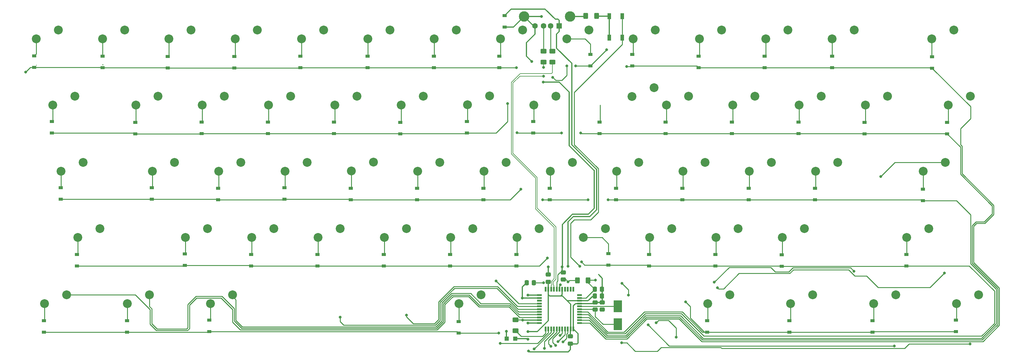
<source format=gbl>
G04 #@! TF.GenerationSoftware,KiCad,Pcbnew,(6.0.6)*
G04 #@! TF.CreationDate,2022-07-10T20:54:54+03:00*
G04 #@! TF.ProjectId,Keyboard-60,4b657962-6f61-4726-942d-3630252e6b69,rev?*
G04 #@! TF.SameCoordinates,Original*
G04 #@! TF.FileFunction,Copper,L2,Bot*
G04 #@! TF.FilePolarity,Positive*
%FSLAX46Y46*%
G04 Gerber Fmt 4.6, Leading zero omitted, Abs format (unit mm)*
G04 Created by KiCad (PCBNEW (6.0.6)) date 2022-07-10 20:54:54*
%MOMM*%
%LPD*%
G01*
G04 APERTURE LIST*
G04 Aperture macros list*
%AMRoundRect*
0 Rectangle with rounded corners*
0 $1 Rounding radius*
0 $2 $3 $4 $5 $6 $7 $8 $9 X,Y pos of 4 corners*
0 Add a 4 corners polygon primitive as box body*
4,1,4,$2,$3,$4,$5,$6,$7,$8,$9,$2,$3,0*
0 Add four circle primitives for the rounded corners*
1,1,$1+$1,$2,$3*
1,1,$1+$1,$4,$5*
1,1,$1+$1,$6,$7*
1,1,$1+$1,$8,$9*
0 Add four rect primitives between the rounded corners*
20,1,$1+$1,$2,$3,$4,$5,0*
20,1,$1+$1,$4,$5,$6,$7,0*
20,1,$1+$1,$6,$7,$8,$9,0*
20,1,$1+$1,$8,$9,$2,$3,0*%
G04 Aperture macros list end*
G04 #@! TA.AperFunction,SMDPad,CuDef*
%ADD10R,1.250000X1.250000*%
G04 #@! TD*
G04 #@! TA.AperFunction,ComponentPad*
%ADD11R,1.600000X1.500000*%
G04 #@! TD*
G04 #@! TA.AperFunction,ComponentPad*
%ADD12C,1.600000*%
G04 #@! TD*
G04 #@! TA.AperFunction,ComponentPad*
%ADD13C,3.000000*%
G04 #@! TD*
G04 #@! TA.AperFunction,SMDPad,CuDef*
%ADD14R,1.200000X0.900000*%
G04 #@! TD*
G04 #@! TA.AperFunction,SMDPad,CuDef*
%ADD15RoundRect,0.250000X-0.625000X0.400000X-0.625000X-0.400000X0.625000X-0.400000X0.625000X0.400000X0*%
G04 #@! TD*
G04 #@! TA.AperFunction,ComponentPad*
%ADD16C,2.540000*%
G04 #@! TD*
G04 #@! TA.AperFunction,SMDPad,CuDef*
%ADD17R,1.100000X1.800000*%
G04 #@! TD*
G04 #@! TA.AperFunction,SMDPad,CuDef*
%ADD18RoundRect,0.250000X-0.475000X0.337500X-0.475000X-0.337500X0.475000X-0.337500X0.475000X0.337500X0*%
G04 #@! TD*
G04 #@! TA.AperFunction,SMDPad,CuDef*
%ADD19RoundRect,0.250000X0.475000X-0.337500X0.475000X0.337500X-0.475000X0.337500X-0.475000X-0.337500X0*%
G04 #@! TD*
G04 #@! TA.AperFunction,SMDPad,CuDef*
%ADD20RoundRect,0.250000X-0.400000X-0.625000X0.400000X-0.625000X0.400000X0.625000X-0.400000X0.625000X0*%
G04 #@! TD*
G04 #@! TA.AperFunction,SMDPad,CuDef*
%ADD21RoundRect,0.250000X-0.337500X-0.475000X0.337500X-0.475000X0.337500X0.475000X-0.337500X0.475000X0*%
G04 #@! TD*
G04 #@! TA.AperFunction,SMDPad,CuDef*
%ADD22RoundRect,0.250000X0.337500X0.475000X-0.337500X0.475000X-0.337500X-0.475000X0.337500X-0.475000X0*%
G04 #@! TD*
G04 #@! TA.AperFunction,SMDPad,CuDef*
%ADD23R,2.400000X3.500000*%
G04 #@! TD*
G04 #@! TA.AperFunction,SMDPad,CuDef*
%ADD24RoundRect,0.250000X0.400000X0.625000X-0.400000X0.625000X-0.400000X-0.625000X0.400000X-0.625000X0*%
G04 #@! TD*
G04 #@! TA.AperFunction,SMDPad,CuDef*
%ADD25R,0.508000X1.473200*%
G04 #@! TD*
G04 #@! TA.AperFunction,SMDPad,CuDef*
%ADD26R,1.473200X0.508000*%
G04 #@! TD*
G04 #@! TA.AperFunction,SMDPad,CuDef*
%ADD27RoundRect,0.250000X0.625000X-0.400000X0.625000X0.400000X-0.625000X0.400000X-0.625000X-0.400000X0*%
G04 #@! TD*
G04 #@! TA.AperFunction,ViaPad*
%ADD28C,0.800000*%
G04 #@! TD*
G04 #@! TA.AperFunction,Conductor*
%ADD29C,0.300000*%
G04 #@! TD*
G04 #@! TA.AperFunction,Conductor*
%ADD30C,0.250000*%
G04 #@! TD*
G04 #@! TA.AperFunction,Conductor*
%ADD31C,0.200000*%
G04 #@! TD*
G04 APERTURE END LIST*
D10*
X184150000Y-154051000D03*
X184150000Y-154051000D03*
X186563000Y-154051000D03*
D11*
X199238750Y-64002250D03*
D12*
X196738750Y-64002250D03*
X194738750Y-64002250D03*
X192238750Y-64002250D03*
D13*
X189168750Y-61292250D03*
X202308750Y-61292250D03*
D14*
X129825750Y-133063250D03*
X129825750Y-129763250D03*
X120300750Y-113886250D03*
X120300750Y-110586250D03*
X86772750Y-76091050D03*
X86772750Y-72791050D03*
D15*
X197262750Y-71316250D03*
X197262750Y-74416250D03*
D14*
X98710750Y-151986250D03*
X98710750Y-148686250D03*
D16*
X149034500Y-124872750D03*
X155384500Y-122332750D03*
D14*
X306355750Y-76167250D03*
X306355750Y-72867250D03*
X75088750Y-152113250D03*
X75088750Y-148813250D03*
D16*
X313340750Y-143922750D03*
X319690750Y-141382750D03*
D14*
X272700750Y-114013250D03*
X272700750Y-110713250D03*
X286924750Y-95090250D03*
X286924750Y-91790250D03*
D16*
X215709500Y-105822750D03*
X222059500Y-103282750D03*
X201422000Y-67722750D03*
X207772000Y-65182750D03*
X91884500Y-124872750D03*
X98234500Y-122332750D03*
X239522000Y-67722750D03*
X245872000Y-65182750D03*
D14*
X56038750Y-113886250D03*
X56038750Y-110586250D03*
X298989750Y-133063250D03*
X298989750Y-129763250D03*
X239299750Y-76040250D03*
X239299750Y-72740250D03*
D16*
X172847000Y-86741000D03*
X179197000Y-84201000D03*
D17*
X213599150Y-61181050D03*
X213599150Y-67381050D03*
X217299150Y-61181050D03*
X217299150Y-67381050D03*
D16*
X234759500Y-105822750D03*
X241109500Y-103282750D03*
X82359500Y-105822750D03*
X88709500Y-103282750D03*
D14*
X148875750Y-133063250D03*
X148875750Y-129763250D03*
X158400750Y-114013250D03*
X158400750Y-110713250D03*
X110775750Y-133063250D03*
X110775750Y-129763250D03*
X258222750Y-76040250D03*
X258222750Y-72740250D03*
D16*
X134747000Y-86772750D03*
X141097000Y-84232750D03*
X144272000Y-67722750D03*
X150622000Y-65182750D03*
D18*
X211613750Y-143583750D03*
X211613750Y-145658750D03*
D14*
X177450750Y-114013250D03*
X177450750Y-110713250D03*
X167925750Y-133063250D03*
X167925750Y-129763250D03*
X153574750Y-95090250D03*
X153574750Y-91790250D03*
D18*
X209581750Y-143583750D03*
X209581750Y-145658750D03*
D14*
X196500750Y-114013250D03*
X196500750Y-110713250D03*
D16*
X220472000Y-67722750D03*
X226822000Y-65182750D03*
X299053250Y-124872750D03*
X305403250Y-122332750D03*
D19*
X196119750Y-137657750D03*
X196119750Y-135582750D03*
D14*
X263175750Y-133190250D03*
X263175750Y-129890250D03*
D16*
X191897000Y-86772750D03*
X198247000Y-84232750D03*
D14*
X48418750Y-75989450D03*
X48418750Y-72689450D03*
D16*
X129984500Y-124872750D03*
X136334500Y-122332750D03*
D14*
X60737750Y-133063250D03*
X60737750Y-129763250D03*
X241712750Y-152113250D03*
X241712750Y-148813250D03*
X105873550Y-76091050D03*
X105873550Y-72791050D03*
D20*
X206837950Y-61131450D03*
X209937950Y-61131450D03*
D14*
X82200750Y-113886250D03*
X82200750Y-110586250D03*
D16*
X310959500Y-86772750D03*
X317309500Y-84232750D03*
X106172000Y-67722750D03*
X112522000Y-65182750D03*
X51403250Y-143922750D03*
X57753250Y-141382750D03*
X120459500Y-105822750D03*
X126809500Y-103282750D03*
X68072000Y-67722750D03*
X74422000Y-65182750D03*
X241903250Y-143922750D03*
X248253250Y-141382750D03*
X226440000Y-81770000D03*
X220090000Y-84310000D03*
X287147000Y-86772750D03*
X293497000Y-84232750D03*
X125222000Y-67722750D03*
X131572000Y-65182750D03*
D14*
X182022750Y-76040250D03*
X182022750Y-72740250D03*
D16*
X244284500Y-124872750D03*
X250634500Y-122332750D03*
D14*
X68027550Y-76040250D03*
X68027550Y-72740250D03*
X96551750Y-94963250D03*
X96551750Y-91663250D03*
D19*
X202469750Y-155437750D03*
X202469750Y-153362750D03*
D16*
X160147000Y-84232750D03*
X153797000Y-86772750D03*
X289528250Y-143922750D03*
X295878250Y-141382750D03*
D21*
X189875250Y-137890250D03*
X191950250Y-137890250D03*
D16*
X53784500Y-86772750D03*
X60134500Y-84232750D03*
X75215750Y-143922750D03*
X81565750Y-141382750D03*
D14*
X172751750Y-94836250D03*
X172751750Y-91536250D03*
X210851750Y-94963250D03*
X210851750Y-91663250D03*
X225075750Y-133063250D03*
X225075750Y-129763250D03*
D16*
X164909500Y-103282750D03*
X158559500Y-105822750D03*
D14*
X53498750Y-94836250D03*
X53498750Y-91536250D03*
D16*
X277622000Y-67722750D03*
X283972000Y-65182750D03*
D14*
X244125750Y-133063250D03*
X244125750Y-129763250D03*
D16*
X87122000Y-67722750D03*
X93472000Y-65182750D03*
D14*
X229774750Y-94963250D03*
X229774750Y-91663250D03*
X134524750Y-94963250D03*
X134524750Y-91663250D03*
D16*
X306197000Y-67722750D03*
X312547000Y-65182750D03*
D14*
X220249750Y-75532250D03*
X220249750Y-72232250D03*
X289210750Y-152113250D03*
X289210750Y-148813250D03*
D16*
X265715750Y-143922750D03*
X272065750Y-141382750D03*
X187134500Y-124872750D03*
X193484500Y-122332750D03*
D14*
X124872750Y-76040250D03*
X124872750Y-72740250D03*
D16*
X206184500Y-124872750D03*
X212534500Y-122332750D03*
X170465750Y-143922750D03*
X176815750Y-141382750D03*
X263334500Y-124872750D03*
X269684500Y-122332750D03*
D14*
X313213750Y-151986250D03*
X313213750Y-148686250D03*
X303688750Y-114267250D03*
X303688750Y-110967250D03*
D22*
X211508250Y-139769850D03*
X209433250Y-139769850D03*
D16*
X253809500Y-105822750D03*
X260159500Y-103282750D03*
X163322000Y-67722750D03*
X169672000Y-65182750D03*
X56165750Y-105822750D03*
X62515750Y-103282750D03*
X101409500Y-105822750D03*
X107759500Y-103282750D03*
D14*
X144176750Y-76040250D03*
X144176750Y-72740250D03*
D16*
X249047000Y-86772750D03*
X255397000Y-84232750D03*
D23*
X216058750Y-149888250D03*
X216058750Y-144688250D03*
D16*
X168084500Y-124872750D03*
X174434500Y-122332750D03*
D14*
X268001750Y-94963250D03*
X268001750Y-91663250D03*
D24*
X207550350Y-137229850D03*
X204450350Y-137229850D03*
D16*
X99028250Y-143922750D03*
X105378250Y-141382750D03*
X110934500Y-124872750D03*
X117284500Y-122332750D03*
X77597000Y-86772750D03*
X83947000Y-84232750D03*
D14*
X215550750Y-114013250D03*
X215550750Y-110713250D03*
D16*
X229997000Y-86772750D03*
X236347000Y-84232750D03*
D14*
X234600750Y-114013250D03*
X234600750Y-110713250D03*
D25*
X195306950Y-139769850D03*
X196094350Y-139769850D03*
X196907150Y-139769850D03*
X197694550Y-139769850D03*
X198507350Y-139769850D03*
X199294750Y-139769850D03*
X200082150Y-139769850D03*
X200894950Y-139769850D03*
X201682350Y-139769850D03*
X202495150Y-139769850D03*
X203282550Y-139769850D03*
D26*
X205035150Y-141522450D03*
X205035150Y-142309850D03*
X205035150Y-143122650D03*
X205035150Y-143910050D03*
X205035150Y-144722850D03*
X205035150Y-145510250D03*
X205035150Y-146297650D03*
X205035150Y-147110450D03*
X205035150Y-147897850D03*
X205035150Y-148710650D03*
X205035150Y-149498050D03*
D25*
X203282550Y-151250650D03*
X202495150Y-151250650D03*
X201682350Y-151250650D03*
X200894950Y-151250650D03*
X200082150Y-151250650D03*
X199294750Y-151250650D03*
X198507350Y-151250650D03*
X197694550Y-151250650D03*
X196907150Y-151250650D03*
X196094350Y-151250650D03*
X195306950Y-151250650D03*
D26*
X193554350Y-149498050D03*
X193554350Y-148710650D03*
X193554350Y-147897850D03*
X193554350Y-147110450D03*
X193554350Y-146297650D03*
X193554350Y-145510250D03*
X193554350Y-144722850D03*
X193554350Y-143910050D03*
X193554350Y-143122650D03*
X193554350Y-142309850D03*
X193554350Y-141522450D03*
D14*
X213391750Y-132809250D03*
X213391750Y-129509250D03*
X115601750Y-94963250D03*
X115601750Y-91663250D03*
D27*
X186690000Y-151695750D03*
X186690000Y-148595750D03*
D16*
X60928250Y-124872750D03*
X67278250Y-122332750D03*
D14*
X91725750Y-132936250D03*
X91725750Y-129636250D03*
X170338750Y-152367250D03*
X170338750Y-149067250D03*
X77501750Y-95090250D03*
X77501750Y-91790250D03*
D16*
X49022000Y-67722750D03*
X55372000Y-65182750D03*
X115697000Y-86772750D03*
X122047000Y-84232750D03*
D14*
X310673750Y-95090250D03*
X310673750Y-91790250D03*
X51212750Y-152114250D03*
X51212750Y-148814250D03*
X253650750Y-114013250D03*
X253650750Y-110713250D03*
D16*
X196659500Y-105822750D03*
X203009500Y-103282750D03*
X177609500Y-105822750D03*
X183959500Y-103282750D03*
X258572000Y-67722750D03*
X264922000Y-65182750D03*
X272859500Y-105822750D03*
X279209500Y-103282750D03*
X303815750Y-105822750D03*
X310165750Y-103282750D03*
D14*
X101250750Y-114013250D03*
X101250750Y-110713250D03*
D15*
X194722750Y-71316250D03*
X194722750Y-74416250D03*
D16*
X268097000Y-86772750D03*
X274447000Y-84232750D03*
D18*
X200437750Y-134947750D03*
X200437750Y-137022750D03*
D14*
X191801750Y-94836250D03*
X191801750Y-91536250D03*
D16*
X225234500Y-124872750D03*
X231584500Y-122332750D03*
D14*
X248824750Y-94963250D03*
X248824750Y-91663250D03*
X265334750Y-152113250D03*
X265334750Y-148813250D03*
D16*
X182372000Y-67722750D03*
X188722000Y-65182750D03*
D21*
X209454750Y-141700250D03*
X211529750Y-141700250D03*
D16*
X139490000Y-105760000D03*
X145840000Y-103220000D03*
D14*
X208184750Y-75532250D03*
X208184750Y-72232250D03*
X139350750Y-114013250D03*
X139350750Y-110713250D03*
X183546750Y-61056250D03*
X183546750Y-64356250D03*
X163226750Y-76040250D03*
X163226750Y-72740250D03*
X186975750Y-133063250D03*
X186975750Y-129763250D03*
D16*
X96647000Y-86772750D03*
X102997000Y-84232750D03*
D14*
X277653750Y-76040250D03*
X277653750Y-72740250D03*
D28*
X184023000Y-151892000D03*
X190246000Y-154178000D03*
X190246000Y-152019000D03*
X219075000Y-141478000D03*
X217250000Y-138096000D03*
X188627150Y-142310250D03*
X200056750Y-133318250D03*
X191319150Y-74288650D03*
X188677950Y-148710250D03*
X196119750Y-133318250D03*
X194104750Y-61292250D03*
X190430150Y-157575250D03*
X194671950Y-80181450D03*
X209607150Y-137179050D03*
X205136750Y-133165850D03*
X194722750Y-137890250D03*
X199548750Y-138525250D03*
X190213750Y-141510250D03*
X201783950Y-133216650D03*
X190214750Y-149510250D03*
X201783950Y-137636250D03*
X218598750Y-75660250D03*
X46005750Y-77311250D03*
X197389750Y-78835250D03*
X186975750Y-76041250D03*
X203993750Y-75533250D03*
X212883750Y-70834250D03*
X201453750Y-75533250D03*
X184435750Y-86328250D03*
X187102750Y-94710250D03*
X199928750Y-94836250D03*
X205390750Y-94837250D03*
X194722750Y-78454250D03*
X194722750Y-75914250D03*
X194468750Y-114014250D03*
X188245750Y-110966250D03*
X207548750Y-114013250D03*
X213264750Y-114014250D03*
X205644750Y-131921250D03*
X195865750Y-130778250D03*
X235500000Y-143400000D03*
X181832750Y-152367250D03*
X136334500Y-147865500D03*
X155384500Y-147284500D03*
X181100000Y-137400000D03*
X182250000Y-155350000D03*
X200300000Y-154950000D03*
X192050000Y-157000000D03*
X194950000Y-156850000D03*
X227100000Y-149450000D03*
X232850000Y-153600000D03*
X295450000Y-156100000D03*
X224750000Y-150050000D03*
X196850000Y-156250000D03*
X198200000Y-156000000D03*
X217150000Y-155200000D03*
X317200000Y-155550000D03*
X199500000Y-153050000D03*
X291600000Y-107350000D03*
X243750000Y-137800000D03*
X283900000Y-134600000D03*
X198850000Y-154850000D03*
X309900000Y-135100000D03*
X244650000Y-139350000D03*
D29*
X184023000Y-153924000D02*
X184150000Y-154051000D01*
X184023000Y-151892000D02*
X184023000Y-153924000D01*
X190119000Y-154051000D02*
X186563000Y-154051000D01*
X190246000Y-154178000D02*
X190119000Y-154051000D01*
X192913000Y-152019000D02*
X190246000Y-152019000D01*
X193548000Y-151384000D02*
X192913000Y-152019000D01*
X196094750Y-148837250D02*
X193548000Y-151384000D01*
X196094750Y-141294250D02*
X196094750Y-148837250D01*
D30*
X219075000Y-139921000D02*
X219075000Y-141478000D01*
X217250000Y-138096000D02*
X219075000Y-139921000D01*
X199443250Y-134947750D02*
X200437750Y-134947750D01*
D29*
X193594750Y-148710250D02*
X188677950Y-148710250D01*
D30*
X186690000Y-148595750D02*
X188563450Y-148595750D01*
D29*
X186104750Y-64356250D02*
X189168750Y-61292250D01*
X201850000Y-157800000D02*
X190654900Y-157800000D01*
X204374750Y-155543250D02*
X202575250Y-155543250D01*
X203294750Y-151210250D02*
X203294750Y-144560250D01*
X203294750Y-144560250D02*
X203944750Y-143910250D01*
X188677950Y-148710250D02*
X188677550Y-148710650D01*
X209581750Y-143583750D02*
X209255250Y-143910250D01*
X192238750Y-64002250D02*
X192238750Y-66409450D01*
X200158350Y-121126250D02*
X200158350Y-133216650D01*
X211613750Y-141784250D02*
X211529750Y-141700250D01*
X204628750Y-155289250D02*
X204374750Y-155543250D01*
X188627150Y-142310250D02*
X188627150Y-139138350D01*
X211613750Y-136620250D02*
X210576250Y-135582750D01*
X206677150Y-61292250D02*
X202308750Y-61292250D01*
X202469750Y-155437750D02*
X202469750Y-157180250D01*
X190654900Y-157800000D02*
X190430150Y-157575250D01*
D30*
X198786750Y-137382250D02*
X198786750Y-135604250D01*
D29*
X211613750Y-141616250D02*
X211613750Y-136620250D01*
X189168750Y-61292250D02*
X191878750Y-64002250D01*
X191878750Y-64002250D02*
X192238750Y-64002250D01*
X202088750Y-98469450D02*
X209200750Y-105581450D01*
X183546750Y-64356250D02*
X186104750Y-64356250D01*
X200056750Y-134566750D02*
X200437750Y-134947750D01*
X209302350Y-105581450D02*
X209302350Y-116503450D01*
X196119750Y-135582750D02*
X196119750Y-133318250D01*
X194104750Y-61292250D02*
X194113150Y-61283850D01*
X199193150Y-80181450D02*
X202088750Y-83077050D01*
X207575150Y-118230650D02*
X203053950Y-118230650D01*
X203294750Y-151210250D02*
X204628750Y-152544250D01*
X193594750Y-142310250D02*
X188627150Y-142310250D01*
X209302350Y-116503450D02*
X207575150Y-118230650D01*
X209255250Y-143910250D02*
X204994750Y-143910250D01*
X202575250Y-155543250D02*
X202469750Y-155437750D01*
X203944750Y-143910250D02*
X204994750Y-143910250D01*
X200158350Y-133216650D02*
X200056750Y-133318250D01*
X192238750Y-66409450D02*
X189795150Y-68853050D01*
X204628750Y-152544250D02*
X204628750Y-155289250D01*
X188627150Y-142310250D02*
X188626750Y-142309850D01*
X189795150Y-72764650D02*
X191319150Y-74288650D01*
D30*
X198786750Y-135604250D02*
X199443250Y-134947750D01*
D29*
X209200750Y-105581450D02*
X209302350Y-105581450D01*
X202469750Y-155437750D02*
X202596750Y-155564750D01*
X200056750Y-133318250D02*
X200056750Y-134566750D01*
X202088750Y-83077050D02*
X202088750Y-98469450D01*
X202469750Y-157180250D02*
X201850000Y-157800000D01*
X211613750Y-143583750D02*
X211613750Y-141784250D01*
D30*
X198494750Y-139810250D02*
X198494750Y-137674250D01*
X206837950Y-61131450D02*
X206677150Y-61292250D01*
D29*
X211613750Y-143583750D02*
X209581750Y-143583750D01*
X189168750Y-61292250D02*
X194104750Y-61292250D01*
X203053950Y-118230650D02*
X200158350Y-121126250D01*
X188627150Y-139138350D02*
X189875250Y-137890250D01*
X211529750Y-141700250D02*
X211613750Y-141616250D01*
D30*
X198494750Y-137674250D02*
X198786750Y-137382250D01*
X188563450Y-148595750D02*
X188677950Y-148710250D01*
D29*
X194671950Y-80181450D02*
X199193150Y-80181450D01*
X189795150Y-68853050D02*
X189795150Y-72764650D01*
D30*
X210470750Y-117417850D02*
X210470750Y-117621050D01*
X202545950Y-130575050D02*
X205136750Y-133165850D01*
X207550350Y-137886950D02*
X209433250Y-139769850D01*
X208337150Y-119754650D02*
X208286350Y-119805450D01*
X207550350Y-137229850D02*
X207550350Y-137886950D01*
X203561950Y-119805450D02*
X202545950Y-120821450D01*
X209433250Y-139769850D02*
X206892850Y-142310250D01*
X209607150Y-137179050D02*
X207601150Y-137179050D01*
X210470750Y-105112899D02*
X210470750Y-117417850D01*
X207601150Y-137179050D02*
X207550350Y-137229850D01*
X203561950Y-83127850D02*
X203561950Y-98204099D01*
X206892850Y-142310250D02*
X204994750Y-142310250D01*
X217299150Y-61181050D02*
X217299150Y-67381050D01*
X202545950Y-120821450D02*
X202545950Y-130575050D01*
X203561950Y-98204099D02*
X210470750Y-105112899D01*
X210470750Y-117621050D02*
X208337150Y-119754650D01*
X217299150Y-67381050D02*
X217299150Y-69390650D01*
X208286350Y-119805450D02*
X203765150Y-119805450D01*
X203765150Y-119805450D02*
X203561950Y-119805450D01*
X217299150Y-69390650D02*
X203561950Y-83127850D01*
X204994750Y-145510250D02*
X209433250Y-145510250D01*
X209581750Y-147669250D02*
X211800750Y-149888250D01*
X209433250Y-145510250D02*
X209581750Y-145658750D01*
X209581750Y-145658750D02*
X209581750Y-147669250D01*
X211800750Y-149888250D02*
X216058750Y-149888250D01*
X211613750Y-144735139D02*
X211588861Y-144710250D01*
X216036750Y-144710250D02*
X216058750Y-144688250D01*
X204994750Y-144710250D02*
X211588861Y-144710250D01*
X211588861Y-144710250D02*
X216036750Y-144710250D01*
X199294750Y-139810250D02*
X199294750Y-138779250D01*
X199294750Y-138779250D02*
X199548750Y-138525250D01*
X194722750Y-137890250D02*
X191950250Y-137890250D01*
D29*
X198837550Y-62045850D02*
X199238750Y-62447050D01*
X208946750Y-141700250D02*
X207536750Y-143110250D01*
X209962750Y-116909850D02*
X207981550Y-118891050D01*
X203307950Y-118891050D02*
X201783950Y-120415050D01*
X207536750Y-143110250D02*
X204994750Y-143110250D01*
X199751950Y-141700250D02*
X196500750Y-141700250D01*
X193594750Y-141510250D02*
X190213750Y-141510250D01*
X196119750Y-139785250D02*
X196094750Y-139810250D01*
X201517550Y-143110250D02*
X202494750Y-144087450D01*
X200094750Y-139810250D02*
X200094750Y-141357450D01*
X202850750Y-98215450D02*
X209911950Y-105276650D01*
X196119750Y-137657750D02*
X196119750Y-139785250D01*
D30*
X201170450Y-137022750D02*
X201783950Y-137636250D01*
D29*
X190213750Y-141510250D02*
X190087750Y-141510250D01*
X200056750Y-139772250D02*
X200094750Y-139810250D01*
X209911950Y-105276650D02*
X209962750Y-105276650D01*
X202469750Y-153362750D02*
X202469750Y-151235250D01*
X200094750Y-141687450D02*
X200107550Y-141700250D01*
X198487750Y-70408250D02*
X202850750Y-74771250D01*
X199238750Y-62447050D02*
X199238750Y-64002250D01*
X183546750Y-61056250D02*
X185452750Y-59150250D01*
X209454750Y-141700250D02*
X208946750Y-141700250D01*
X198075550Y-62045850D02*
X198837550Y-62045850D01*
X202469750Y-151235250D02*
X202494750Y-151210250D01*
X202494750Y-144087450D02*
X202494750Y-151210250D01*
X198487750Y-66347650D02*
X198487750Y-70408250D01*
D30*
X200437750Y-137022750D02*
X201170450Y-137022750D01*
D29*
X196500750Y-141700250D02*
X196094750Y-141294250D01*
X199238750Y-64002250D02*
X199238750Y-65596650D01*
X185452750Y-59150250D02*
X195179950Y-59150250D01*
X195179950Y-59150250D02*
X198075550Y-62045850D01*
D30*
X204450350Y-137229850D02*
X202190350Y-137229850D01*
D29*
X209962750Y-105276650D02*
X209962750Y-116909850D01*
X199238750Y-65596650D02*
X198487750Y-66347650D01*
X202850750Y-74771250D02*
X202850750Y-98215450D01*
X193594750Y-149510250D02*
X190214750Y-149510250D01*
X196094750Y-141294250D02*
X196094750Y-139810250D01*
D30*
X202190350Y-137229850D02*
X201783950Y-137636250D01*
D29*
X200107550Y-141700250D02*
X201517550Y-143110250D01*
X207981550Y-118891050D02*
X203307950Y-118891050D01*
X201762450Y-137657750D02*
X201783950Y-137636250D01*
X201517550Y-143110250D02*
X204994750Y-143110250D01*
X200107550Y-141700250D02*
X199751950Y-141700250D01*
X201783950Y-120415050D02*
X201783950Y-133216650D01*
X200094750Y-141357450D02*
X199751950Y-141700250D01*
D30*
X318273000Y-121656396D02*
X319083396Y-120846000D01*
X186974750Y-76040250D02*
X186975750Y-76041250D01*
X199947550Y-79706450D02*
X201072750Y-78581250D01*
X203994750Y-75532250D02*
X203993750Y-75533250D01*
X220249750Y-75532250D02*
X238791750Y-75532250D01*
X317400000Y-87211500D02*
X306355750Y-76167250D01*
X240165208Y-154824000D02*
X320922188Y-154824000D01*
X224400792Y-148347000D02*
X233688208Y-148347000D01*
X318273000Y-132088208D02*
X318273000Y-121656396D01*
X86721950Y-76040250D02*
X86772750Y-76091050D01*
X321496396Y-120846000D02*
X324046000Y-118296396D01*
X314940113Y-106531717D02*
X314940113Y-98640113D01*
X325639000Y-139454208D02*
X318273000Y-132088208D01*
X220121750Y-75660250D02*
X220249750Y-75532250D01*
X47327550Y-75989450D02*
X46005750Y-77311250D01*
X208184750Y-75532250D02*
X208185750Y-75532250D01*
X324046000Y-118296396D02*
X324046000Y-115637604D01*
X314500000Y-98200000D02*
X314500000Y-93600000D01*
X204994750Y-149510250D02*
X208051666Y-149510250D01*
X320922188Y-154824000D02*
X325639000Y-150107188D01*
X201072750Y-78581250D02*
X201453750Y-78200250D01*
X258222750Y-76040250D02*
X239299750Y-76040250D01*
X46005750Y-77311250D02*
X45878750Y-77438250D01*
X198913750Y-79706450D02*
X199947550Y-79706450D01*
X197389750Y-78835250D02*
X198260950Y-79706450D01*
X212603416Y-154062000D02*
X218685792Y-154062000D01*
X67976750Y-75989450D02*
X68027550Y-76040250D01*
X68027550Y-76040250D02*
X86721950Y-76040250D01*
X319083396Y-120846000D02*
X321496396Y-120846000D01*
X233688208Y-148347000D02*
X240165208Y-154824000D01*
X218598750Y-75660250D02*
X220121750Y-75660250D01*
X144176750Y-76040250D02*
X182022750Y-76040250D01*
X325639000Y-150107188D02*
X325639000Y-139454208D01*
X124872750Y-76040250D02*
X144176750Y-76040250D01*
X48418750Y-75989450D02*
X47327550Y-75989450D01*
X208051666Y-149510250D02*
X212603416Y-154062000D01*
X48418750Y-75989450D02*
X67976750Y-75989450D01*
X314940113Y-98640113D02*
X314500000Y-98200000D01*
X208184750Y-75532250D02*
X203994750Y-75532250D01*
X314500000Y-93600000D02*
X317400000Y-90700000D01*
X124821950Y-76091050D02*
X124872750Y-76040250D01*
X218685792Y-154062000D02*
X224400792Y-148347000D01*
X198260950Y-79706450D02*
X198913750Y-79706450D01*
X208185750Y-75532250D02*
X212883750Y-70834250D01*
X317400000Y-90700000D02*
X317400000Y-87211500D01*
X182022750Y-76040250D02*
X186974750Y-76040250D01*
X201453750Y-78200250D02*
X201453750Y-75533250D01*
X324046000Y-115637604D02*
X314940113Y-106531717D01*
X238791750Y-75532250D02*
X239299750Y-76040250D01*
X86772750Y-76091050D02*
X105873550Y-76091050D01*
X277653750Y-76040250D02*
X306228750Y-76040250D01*
X258222750Y-76040250D02*
X277653750Y-76040250D01*
X105873550Y-76091050D02*
X124821950Y-76091050D01*
X306228750Y-76040250D02*
X306355750Y-76167250D01*
X49022000Y-72086200D02*
X48418750Y-72689450D01*
X49022000Y-67722750D02*
X49022000Y-72086200D01*
X49022000Y-75235800D02*
X49003950Y-75253850D01*
X68072000Y-75070700D02*
X68179950Y-75178650D01*
X68072000Y-72695800D02*
X68027550Y-72740250D01*
X68072000Y-67722750D02*
X68072000Y-72695800D01*
X218499396Y-153612000D02*
X212789812Y-153612000D01*
X318897000Y-120396000D02*
X317823000Y-121470000D01*
X321310000Y-120396000D02*
X318897000Y-120396000D01*
X310673750Y-95090250D02*
X314490113Y-98906613D01*
X115601750Y-94963250D02*
X134524750Y-94963250D01*
X325189000Y-139640604D02*
X325189000Y-149920792D01*
X96424750Y-95090250D02*
X96551750Y-94963250D01*
X205516750Y-94963250D02*
X210851750Y-94963250D01*
X317823000Y-121470000D02*
X317823000Y-132274604D01*
X323596000Y-118110000D02*
X321310000Y-120396000D01*
X310546750Y-94963250D02*
X310673750Y-95090250D01*
X172751750Y-94836250D02*
X181132750Y-94836250D01*
X181132750Y-94836250D02*
X184435750Y-91533250D01*
X210851750Y-94963250D02*
X229774750Y-94963250D01*
X325189000Y-149920792D02*
X320735792Y-154374000D01*
X77247750Y-94836250D02*
X77501750Y-95090250D01*
X205390750Y-94837250D02*
X205516750Y-94963250D01*
X187228750Y-94836250D02*
X191801750Y-94836250D01*
X224214396Y-147897000D02*
X218499396Y-153612000D01*
X212789812Y-153612000D02*
X207888062Y-148710250D01*
X317823000Y-132274604D02*
X325189000Y-139640604D01*
X184435750Y-91533250D02*
X184435750Y-86328250D01*
X233874604Y-147897000D02*
X224214396Y-147897000D01*
X53498750Y-94836250D02*
X77247750Y-94836250D01*
X191801750Y-94836250D02*
X199928750Y-94836250D01*
X172624750Y-94963250D02*
X172751750Y-94836250D01*
X134524750Y-94963250D02*
X172624750Y-94963250D01*
X314490113Y-98906613D02*
X314490113Y-106718113D01*
X96551750Y-94963250D02*
X115601750Y-94963250D01*
X207888062Y-148710250D02*
X204994750Y-148710250D01*
X187102750Y-94710250D02*
X187228750Y-94836250D01*
X240351604Y-154374000D02*
X233874604Y-147897000D01*
X323596000Y-115824000D02*
X323596000Y-118110000D01*
X77501750Y-95090250D02*
X96424750Y-95090250D01*
X181132750Y-94836250D02*
X181133750Y-94837250D01*
X314490113Y-106718113D02*
X323596000Y-115824000D01*
X268001750Y-94963250D02*
X310546750Y-94963250D01*
X248824750Y-94963250D02*
X268001750Y-94963250D01*
X229774750Y-94963250D02*
X248824750Y-94963250D01*
X320735792Y-154374000D02*
X240351604Y-154374000D01*
X87122000Y-72441800D02*
X86772750Y-72791050D01*
X87122000Y-67722750D02*
X87122000Y-72441800D01*
X106172000Y-67722750D02*
X106172000Y-72492600D01*
X106172000Y-72492600D02*
X105873550Y-72791050D01*
D31*
X197519750Y-138510249D02*
X197519750Y-137673883D01*
X198249750Y-121845850D02*
X192864950Y-116461050D01*
X187928950Y-78454250D02*
X194722750Y-78454250D01*
X194722750Y-74416250D02*
X194722750Y-75914250D01*
X185930751Y-80452449D02*
X187928950Y-78454250D01*
X192864950Y-116461050D02*
X192864950Y-107621850D01*
X198249750Y-136943883D02*
X198249750Y-121845850D01*
X185930751Y-100687651D02*
X185930751Y-80452449D01*
X197694750Y-138685249D02*
X197519750Y-138510249D01*
X197519750Y-137673883D02*
X198249750Y-136943883D01*
X192864950Y-107621850D02*
X185930751Y-100687651D01*
X197694750Y-139810250D02*
X197694750Y-138685249D01*
X196979750Y-77721250D02*
X197262750Y-77438250D01*
X192414950Y-116647450D02*
X192414950Y-107808250D01*
X197262750Y-77438250D02*
X197262750Y-74416250D01*
X197069750Y-137487483D02*
X197799750Y-136757483D01*
X188025550Y-77721250D02*
X196979750Y-77721250D01*
X197799750Y-122032250D02*
X192414950Y-116647450D01*
X185480749Y-100874049D02*
X185480749Y-80266051D01*
X185480749Y-80266051D02*
X188025550Y-77721250D01*
X196894750Y-139810250D02*
X196894750Y-138685249D01*
X197799750Y-136757483D02*
X197799750Y-122032250D01*
X197069750Y-138510249D02*
X197069750Y-137487483D01*
X196894750Y-138685249D02*
X197069750Y-138510249D01*
X192414950Y-107808250D02*
X185480749Y-100874049D01*
D30*
X194437000Y-153320750D02*
X195294750Y-152463000D01*
X186690000Y-151695750D02*
X188315000Y-153320750D01*
X188315000Y-153320750D02*
X194437000Y-153320750D01*
X195294750Y-152463000D02*
X195294750Y-151210250D01*
X173200000Y-141900000D02*
X168700000Y-141900000D01*
X105400000Y-149300000D02*
X105400000Y-145600000D01*
X166400000Y-149300000D02*
X164200000Y-151500000D01*
X184832423Y-144900000D02*
X176200000Y-144900000D01*
X164200000Y-151500000D02*
X107600000Y-151500000D01*
X81700000Y-149863250D02*
X81700000Y-145600000D01*
X193554350Y-147897850D02*
X187830273Y-147897850D01*
X81700000Y-145600000D02*
X77482750Y-141382750D01*
X77482750Y-141382750D02*
X57753250Y-141382750D01*
X166400000Y-144200000D02*
X166400000Y-149300000D01*
X105400000Y-145600000D02*
X102100000Y-142300000D01*
X176200000Y-144900000D02*
X173200000Y-141900000D01*
X93000000Y-144400000D02*
X93000000Y-151100000D01*
X95100000Y-142300000D02*
X93000000Y-144400000D01*
X168700000Y-141900000D02*
X166400000Y-144200000D01*
X187830273Y-147897850D02*
X184832423Y-144900000D01*
X93000000Y-151100000D02*
X92436750Y-151663250D01*
X83500000Y-151663250D02*
X81700000Y-149863250D01*
X92436750Y-151663250D02*
X83500000Y-151663250D01*
X107600000Y-151500000D02*
X105400000Y-149300000D01*
X102100000Y-142300000D02*
X95100000Y-142300000D01*
X165950000Y-149100000D02*
X165950000Y-144013604D01*
X164000000Y-151050000D02*
X165950000Y-149100000D01*
X173386396Y-141450000D02*
X176368198Y-144431802D01*
X82200000Y-145400000D02*
X82200000Y-149726854D01*
X187679269Y-147110450D02*
X193554350Y-147110450D01*
X81565750Y-141382750D02*
X81565750Y-144765750D01*
X94913604Y-141850000D02*
X102350000Y-141850000D01*
X92550000Y-144213604D02*
X94913604Y-141850000D01*
X105900000Y-148900000D02*
X108050000Y-151050000D01*
X82200000Y-149726854D02*
X83686396Y-151213250D01*
X92200000Y-151213250D02*
X92550000Y-150863250D01*
X92550000Y-150863250D02*
X92550000Y-144213604D01*
X81565750Y-144765750D02*
X82200000Y-145400000D01*
X185000621Y-144431802D02*
X187679269Y-147110450D01*
X165950000Y-144013604D02*
X168513604Y-141450000D01*
X176368198Y-144431802D02*
X185000621Y-144431802D01*
X102350000Y-141850000D02*
X105900000Y-145400000D01*
X105900000Y-145400000D02*
X105900000Y-148900000D01*
X83686396Y-151213250D02*
X92200000Y-151213250D01*
X108050000Y-151050000D02*
X164000000Y-151050000D01*
X168513604Y-141450000D02*
X173386396Y-141450000D01*
X197262750Y-71316250D02*
X196738750Y-70792250D01*
X196738750Y-70792250D02*
X196738750Y-64002250D01*
X194738750Y-71300250D02*
X194738750Y-64002250D01*
X194722750Y-71316250D02*
X194738750Y-71300250D01*
X53784500Y-91250500D02*
X53498750Y-91536250D01*
X53784500Y-86772750D02*
X53784500Y-91250500D01*
X82200750Y-113886250D02*
X101123750Y-113886250D01*
X120173750Y-114013250D02*
X120300750Y-113886250D01*
X313304828Y-114267250D02*
X303688750Y-114267250D01*
X207724458Y-147910250D02*
X212976208Y-153162000D01*
X120300750Y-113886250D02*
X139223750Y-113886250D01*
X196500750Y-114013250D02*
X207548750Y-114013250D01*
X234600750Y-114013250D02*
X253650750Y-114013250D01*
X224028000Y-147447000D02*
X234061000Y-147447000D01*
X317373000Y-118335422D02*
X313304828Y-114267250D01*
X212976208Y-153162000D02*
X218313000Y-153162000D01*
X218313000Y-153162000D02*
X224028000Y-147447000D01*
X320549396Y-153924000D02*
X324739000Y-149734396D01*
X158400750Y-114013250D02*
X177450750Y-114013250D01*
X240538000Y-153924000D02*
X320549396Y-153924000D01*
X101250750Y-114013250D02*
X120173750Y-114013250D01*
X101123750Y-113886250D02*
X101250750Y-114013250D01*
X56038750Y-113886250D02*
X82200750Y-113886250D01*
X204994750Y-147910250D02*
X207724458Y-147910250D01*
X139223750Y-113886250D02*
X139350750Y-114013250D01*
X196499750Y-114014250D02*
X196500750Y-114013250D01*
X324739000Y-139827000D02*
X317373000Y-132461000D01*
X185198750Y-114013250D02*
X188245750Y-110966250D01*
X317373000Y-132461000D02*
X317373000Y-118335422D01*
X213264750Y-114014250D02*
X215549750Y-114014250D01*
X215550750Y-114013250D02*
X234600750Y-114013250D01*
X177450750Y-114013250D02*
X185198750Y-114013250D01*
X234061000Y-147447000D02*
X240538000Y-153924000D01*
X272700750Y-114013250D02*
X303434750Y-114013250D01*
X324739000Y-149734396D02*
X324739000Y-139827000D01*
X303434750Y-114013250D02*
X303688750Y-114267250D01*
X215549750Y-114014250D02*
X215550750Y-114013250D01*
X253650750Y-114013250D02*
X272700750Y-114013250D01*
X139350750Y-114013250D02*
X158400750Y-114013250D01*
X194468750Y-114014250D02*
X196499750Y-114014250D01*
X56165750Y-105822750D02*
X56165750Y-110459250D01*
X56165750Y-110459250D02*
X56038750Y-110586250D01*
X193580750Y-133063250D02*
X195865750Y-130778250D01*
X205644750Y-131921250D02*
X206532750Y-132809250D01*
X129825750Y-133063250D02*
X148875750Y-133063250D01*
X224821750Y-132809250D02*
X225075750Y-133063250D01*
X167925750Y-133063250D02*
X186975750Y-133063250D01*
X91725750Y-132936250D02*
X110648750Y-132936250D01*
X317024750Y-133063250D02*
X298989750Y-133063250D01*
X240792000Y-153289000D02*
X320548000Y-153289000D01*
X204994750Y-147110250D02*
X207560854Y-147110250D01*
X320548000Y-153289000D02*
X324231000Y-149606000D01*
X206532750Y-132809250D02*
X213391750Y-132809250D01*
X234315000Y-146812000D02*
X240792000Y-153289000D01*
X148875750Y-133063250D02*
X167925750Y-133063250D01*
X263175750Y-133190250D02*
X298862750Y-133190250D01*
X110775750Y-133063250D02*
X129825750Y-133063250D01*
X60737750Y-133063250D02*
X91598750Y-133063250D01*
X225075750Y-133063250D02*
X244125750Y-133063250D01*
X244125750Y-133063250D02*
X263048750Y-133063250D01*
X213391750Y-132809250D02*
X224821750Y-132809250D01*
X110648750Y-132936250D02*
X110775750Y-133063250D01*
X263048750Y-133063250D02*
X263175750Y-133190250D01*
X207560854Y-147110250D02*
X213013854Y-152563250D01*
X223901000Y-146812000D02*
X234315000Y-146812000D01*
X218149750Y-152563250D02*
X223901000Y-146812000D01*
X324231000Y-140269500D02*
X317024750Y-133063250D01*
X324231000Y-149606000D02*
X324231000Y-140269500D01*
X213013854Y-152563250D02*
X218149750Y-152563250D01*
X298862750Y-133190250D02*
X298989750Y-133063250D01*
X186975750Y-133063250D02*
X193580750Y-133063250D01*
X91598750Y-133063250D02*
X91725750Y-132936250D01*
X60928250Y-129572750D02*
X60737750Y-129763250D01*
X60928250Y-124872750D02*
X60928250Y-129572750D01*
X313213750Y-151986250D02*
X289337750Y-151986250D01*
X207397250Y-146310250D02*
X213200250Y-152113250D01*
X235500000Y-143400000D02*
X236900000Y-144800000D01*
X98583750Y-152113250D02*
X98710750Y-151986250D01*
X236900000Y-144800000D02*
X236900000Y-148100000D01*
X98710750Y-151986250D02*
X169957750Y-151986250D01*
X51212750Y-152114250D02*
X75087750Y-152114250D01*
X170338750Y-152367250D02*
X181832750Y-152367250D01*
X289210750Y-152113250D02*
X265334750Y-152113250D01*
X75087750Y-152114250D02*
X75088750Y-152113250D01*
X223647000Y-146304000D02*
X234569000Y-146304000D01*
X181832750Y-152367250D02*
X181900000Y-152300000D01*
X289337750Y-151986250D02*
X289210750Y-152113250D01*
X265334750Y-152113250D02*
X241712750Y-152113250D01*
X240913250Y-152113250D02*
X241712750Y-152113250D01*
X204994750Y-146310250D02*
X207397250Y-146310250D01*
X75088750Y-152113250D02*
X98583750Y-152113250D01*
X236900000Y-148100000D02*
X240913250Y-152113250D01*
X217837750Y-152113250D02*
X223647000Y-146304000D01*
X169957750Y-151986250D02*
X170338750Y-152367250D01*
X213200250Y-152113250D02*
X217837750Y-152113250D01*
X240378250Y-152113250D02*
X241712750Y-152113250D01*
X234569000Y-146304000D02*
X240378250Y-152113250D01*
X51403250Y-148623750D02*
X51212750Y-148814250D01*
X51403250Y-143922750D02*
X51403250Y-148623750D01*
X77501750Y-91790250D02*
X77597000Y-91695000D01*
X77597000Y-91695000D02*
X77597000Y-86772750D01*
X82359500Y-105822750D02*
X82359500Y-110427500D01*
X82359500Y-110427500D02*
X82200750Y-110586250D01*
X91884500Y-124872750D02*
X91884500Y-129477500D01*
X91884500Y-129477500D02*
X91725750Y-129636250D01*
X75215750Y-148686250D02*
X75088750Y-148813250D01*
X75215750Y-143922750D02*
X75215750Y-148686250D01*
X96647000Y-86772750D02*
X96647000Y-91568000D01*
X96647000Y-91568000D02*
X96551750Y-91663250D01*
X101409500Y-110554500D02*
X101250750Y-110713250D01*
X101409500Y-105822750D02*
X101409500Y-110554500D01*
X110934500Y-129604500D02*
X110775750Y-129763250D01*
X110934500Y-124872750D02*
X110934500Y-129604500D01*
X99028250Y-143922750D02*
X99028250Y-148368750D01*
X99028250Y-148368750D02*
X98710750Y-148686250D01*
X115697000Y-91568000D02*
X115697000Y-86772750D01*
X115601750Y-91663250D02*
X115697000Y-91568000D01*
X120459500Y-105822750D02*
X120459500Y-110427500D01*
X120459500Y-110427500D02*
X120300750Y-110586250D01*
X129984500Y-129604500D02*
X129825750Y-129763250D01*
X129984500Y-124872750D02*
X129984500Y-129604500D01*
X125222000Y-72391000D02*
X124872750Y-72740250D01*
X125222000Y-67722750D02*
X125222000Y-72391000D01*
X134524750Y-91663250D02*
X134747000Y-91441000D01*
X134747000Y-91441000D02*
X134747000Y-86772750D01*
X139509500Y-110554500D02*
X139350750Y-110713250D01*
X139509500Y-105822750D02*
X139509500Y-110554500D01*
X149034500Y-124872750D02*
X149034500Y-129604500D01*
X149034500Y-129604500D02*
X148875750Y-129763250D01*
X144272000Y-72645000D02*
X144176750Y-72740250D01*
X144272000Y-67722750D02*
X144272000Y-72645000D01*
X153797000Y-91568000D02*
X153574750Y-91790250D01*
X153797000Y-86772750D02*
X153797000Y-91568000D01*
X158559500Y-110554500D02*
X158400750Y-110713250D01*
X158559500Y-105822750D02*
X158559500Y-110554500D01*
X168084500Y-129604500D02*
X167925750Y-129763250D01*
X168084500Y-124872750D02*
X168084500Y-129604500D01*
X170465750Y-148940250D02*
X170338750Y-149067250D01*
X170465750Y-143922750D02*
X170465750Y-148940250D01*
X163322000Y-72645000D02*
X163226750Y-72740250D01*
X163322000Y-67722750D02*
X163322000Y-72645000D01*
X172847000Y-91441000D02*
X172751750Y-91536250D01*
X172847000Y-86772750D02*
X172847000Y-91441000D01*
X177609500Y-110554500D02*
X177450750Y-110713250D01*
X177609500Y-105822750D02*
X177609500Y-110554500D01*
X187134500Y-124872750D02*
X187134500Y-129604500D01*
X187134500Y-129604500D02*
X186975750Y-129763250D01*
X182372000Y-72391000D02*
X182022750Y-72740250D01*
X182372000Y-67722750D02*
X182372000Y-72391000D01*
X191897000Y-91441000D02*
X191897000Y-86772750D01*
X191801750Y-91536250D02*
X191897000Y-91441000D01*
X196659500Y-110554500D02*
X196500750Y-110713250D01*
X196659500Y-105822750D02*
X196659500Y-110554500D01*
X211550250Y-124872750D02*
X213391750Y-126714250D01*
X213391750Y-126714250D02*
X213391750Y-129509250D01*
X206184500Y-124872750D02*
X211550250Y-124872750D01*
X208184750Y-72232250D02*
X208184750Y-69272461D01*
X206635039Y-67722750D02*
X201422000Y-67722750D01*
X208184750Y-69272461D02*
X206635039Y-67722750D01*
X210947000Y-86772750D02*
X210947000Y-91568000D01*
X210947000Y-91568000D02*
X210851750Y-91663250D01*
X215709500Y-110554500D02*
X215550750Y-110713250D01*
X215709500Y-105822750D02*
X215709500Y-110554500D01*
X225234500Y-129604500D02*
X225075750Y-129763250D01*
X225234500Y-124872750D02*
X225234500Y-129604500D01*
X220472000Y-67722750D02*
X220472000Y-72010000D01*
X220472000Y-72010000D02*
X220249750Y-72232250D01*
X229997000Y-86772750D02*
X229997000Y-91441000D01*
X229997000Y-91441000D02*
X229774750Y-91663250D01*
X234759500Y-105822750D02*
X234759500Y-110554500D01*
X234759500Y-110554500D02*
X234600750Y-110713250D01*
X244284500Y-129604500D02*
X244125750Y-129763250D01*
X244284500Y-124872750D02*
X244284500Y-129604500D01*
X239522000Y-72518000D02*
X239299750Y-72740250D01*
X239522000Y-67722750D02*
X239522000Y-72518000D01*
X249047000Y-86772750D02*
X249047000Y-91441000D01*
X249047000Y-91441000D02*
X248824750Y-91663250D01*
X253809500Y-110554500D02*
X253650750Y-110713250D01*
X253809500Y-105822750D02*
X253809500Y-110554500D01*
X263334500Y-129731500D02*
X263175750Y-129890250D01*
X263334500Y-124872750D02*
X263334500Y-129731500D01*
X258572000Y-72391000D02*
X258222750Y-72740250D01*
X258572000Y-67722750D02*
X258572000Y-72391000D01*
X268097000Y-86772750D02*
X268097000Y-91568000D01*
X268097000Y-91568000D02*
X268001750Y-91663250D01*
X272859500Y-110554500D02*
X272700750Y-110713250D01*
X272859500Y-105822750D02*
X272859500Y-110554500D01*
X299053250Y-124872750D02*
X299053250Y-129699750D01*
X299053250Y-129699750D02*
X298989750Y-129763250D01*
X277622000Y-67722750D02*
X277622000Y-72708500D01*
X277622000Y-72708500D02*
X277653750Y-72740250D01*
X286924750Y-91790250D02*
X287147000Y-91568000D01*
X287147000Y-91568000D02*
X287147000Y-86772750D01*
X303815750Y-110840250D02*
X303688750Y-110967250D01*
X303815750Y-105822750D02*
X303815750Y-110840250D01*
X306197000Y-67722750D02*
X306197000Y-72708500D01*
X306197000Y-72708500D02*
X306355750Y-72867250D01*
X310673750Y-91790250D02*
X310959500Y-91504500D01*
X310959500Y-91504500D02*
X310959500Y-86772750D01*
X241903250Y-148622750D02*
X241712750Y-148813250D01*
X241903250Y-143922750D02*
X241903250Y-148622750D01*
X265715750Y-143922750D02*
X265715750Y-148432250D01*
X265715750Y-148432250D02*
X265334750Y-148813250D01*
X289528250Y-143922750D02*
X289528250Y-148660121D01*
X289528250Y-148660121D02*
X289484151Y-148704220D01*
X313340750Y-143922750D02*
X313340750Y-148559250D01*
X313340750Y-148559250D02*
X313213750Y-148686250D01*
X106368198Y-148731802D02*
X106368198Y-142831802D01*
X176700000Y-143900000D02*
X173800000Y-141000000D01*
X173800000Y-141000000D02*
X168300000Y-141000000D01*
X105378250Y-141841854D02*
X105378250Y-141382750D01*
X193554350Y-146297650D02*
X187502865Y-146297650D01*
X185105215Y-143900000D02*
X176700000Y-143900000D01*
X165500000Y-148900000D02*
X163800000Y-150600000D01*
X108236396Y-150600000D02*
X106368198Y-148731802D01*
X163800000Y-150600000D02*
X108236396Y-150600000D01*
X168300000Y-141000000D02*
X165500000Y-143800000D01*
X106368198Y-142831802D02*
X105378250Y-141841854D01*
X187502865Y-146297650D02*
X185105215Y-143900000D01*
X165500000Y-143800000D02*
X165500000Y-148900000D01*
X169163604Y-139500000D02*
X181341611Y-139500000D01*
X136334500Y-149134500D02*
X137350000Y-150150000D01*
X165031802Y-143631802D02*
X169163604Y-139500000D01*
X136334500Y-147865500D02*
X136334500Y-149134500D01*
X137350000Y-150150000D02*
X163613604Y-150150000D01*
X163613604Y-150150000D02*
X165031802Y-148731802D01*
X165031802Y-148731802D02*
X165031802Y-143631802D01*
X187351861Y-145510250D02*
X193554350Y-145510250D01*
X181341611Y-139500000D02*
X187351861Y-145510250D01*
X164581802Y-148500000D02*
X163381802Y-149700000D01*
X187200857Y-144722850D02*
X181478007Y-139000000D01*
X193554350Y-144722850D02*
X187200857Y-144722850D01*
X181478007Y-139000000D02*
X169027208Y-139000000D01*
X155384500Y-147784500D02*
X155384500Y-147284500D01*
X164581802Y-143445406D02*
X164581802Y-148500000D01*
X157300000Y-149700000D02*
X155384500Y-147784500D01*
X163381802Y-149700000D02*
X157300000Y-149700000D01*
X169027208Y-139000000D02*
X164581802Y-143445406D01*
X187610050Y-143910050D02*
X193554350Y-143910050D01*
X181100000Y-137400000D02*
X187610050Y-143910050D01*
X196094350Y-152299796D02*
X196094350Y-151250650D01*
X193044146Y-155350000D02*
X196094350Y-152299796D01*
X182250000Y-155350000D02*
X193044146Y-155350000D01*
X201344950Y-153905050D02*
X200300000Y-154950000D01*
X201682350Y-152417650D02*
X201344950Y-152755050D01*
X201344950Y-152755050D02*
X201344950Y-153905050D01*
X201682350Y-151250650D02*
X201682350Y-152417650D01*
X196907150Y-152142850D02*
X196907150Y-151250650D01*
X192050000Y-157000000D02*
X196907150Y-152142850D01*
X230647000Y-148797000D02*
X228300000Y-148797000D01*
X197694550Y-152155450D02*
X194950000Y-154900000D01*
X231300000Y-149450000D02*
X230647000Y-148797000D01*
X232850000Y-153600000D02*
X232850000Y-151000000D01*
X197694550Y-151250650D02*
X197694550Y-152155450D01*
X227753000Y-148797000D02*
X227100000Y-149450000D01*
X194950000Y-154900000D02*
X194950000Y-156850000D01*
X228300000Y-148797000D02*
X227753000Y-148797000D01*
X232850000Y-151000000D02*
X231300000Y-149450000D01*
X198507350Y-152192650D02*
X196150000Y-154550000D01*
X198507350Y-151250650D02*
X198507350Y-152192650D01*
X230800000Y-156100000D02*
X295450000Y-156100000D01*
X196150000Y-154550000D02*
X196150000Y-155550000D01*
X196850000Y-155950000D02*
X196850000Y-156250000D01*
X224750000Y-150050000D02*
X230800000Y-156100000D01*
X196150000Y-155550000D02*
X196850000Y-156250000D01*
X245650000Y-156550000D02*
X245925000Y-156825000D01*
X227450000Y-157650000D02*
X228550000Y-156550000D01*
X218650000Y-155200000D02*
X220750000Y-157300000D01*
X220750000Y-157300000D02*
X221100000Y-157650000D01*
X221100000Y-157650000D02*
X227450000Y-157650000D01*
X217150000Y-155200000D02*
X218650000Y-155200000D01*
X197350000Y-154000000D02*
X197350000Y-155150000D01*
X298750000Y-156500000D02*
X299700000Y-155550000D01*
X245925000Y-156825000D02*
X298425000Y-156825000D01*
X228550000Y-156550000D02*
X245650000Y-156550000D01*
X199294750Y-151250650D02*
X199294750Y-152055250D01*
X199294750Y-152055250D02*
X197350000Y-154000000D01*
X298425000Y-156825000D02*
X298750000Y-156500000D01*
X299700000Y-155550000D02*
X317200000Y-155550000D01*
X197350000Y-155150000D02*
X198200000Y-156000000D01*
X295673249Y-103276751D02*
X296650000Y-103276751D01*
X266359750Y-133640250D02*
X266700000Y-133640250D01*
X261300000Y-134800000D02*
X265200000Y-134800000D01*
X248036750Y-133513250D02*
X258650000Y-133513250D01*
X200082150Y-152467850D02*
X199500000Y-153050000D01*
X296655999Y-103282750D02*
X310165750Y-103282750D01*
X266700000Y-133640250D02*
X282940250Y-133640250D01*
X261000000Y-134500000D02*
X261300000Y-134800000D01*
X291600000Y-107350000D02*
X295673249Y-103276751D01*
X260013250Y-133513250D02*
X261000000Y-134500000D01*
X296650000Y-103276751D02*
X296655999Y-103282750D01*
X282940250Y-133640250D02*
X283900000Y-134600000D01*
X200082150Y-151250650D02*
X200082150Y-152467850D01*
X243750000Y-137800000D02*
X248036750Y-133513250D01*
X258650000Y-133513250D02*
X260013250Y-133513250D01*
X265200000Y-134800000D02*
X266359750Y-133640250D01*
X250900000Y-135250000D02*
X261650000Y-135250000D01*
X282350000Y-134200000D02*
X284150000Y-136000000D01*
X284150000Y-136000000D02*
X285100000Y-136000000D01*
X285100000Y-136000000D02*
X287550000Y-136000000D01*
X290850000Y-139300000D02*
X305700000Y-139300000D01*
X245000000Y-139700000D02*
X246450000Y-139700000D01*
X305700000Y-139300000D02*
X309900000Y-135100000D01*
X265450000Y-135250000D02*
X266500000Y-134200000D01*
X246450000Y-139700000D02*
X250900000Y-135250000D01*
X287550000Y-136000000D02*
X290850000Y-139300000D01*
X261650000Y-135250000D02*
X265450000Y-135250000D01*
X200894950Y-151250650D02*
X200894950Y-152805050D01*
X266500000Y-134200000D02*
X282350000Y-134200000D01*
X200894950Y-152805050D02*
X198850000Y-154850000D01*
X244650000Y-139350000D02*
X245000000Y-139700000D01*
X209987550Y-61181050D02*
X209937950Y-61131450D01*
D29*
X213599150Y-61181050D02*
X209987550Y-61181050D01*
X213599150Y-61181050D02*
X213599150Y-67381050D01*
M02*

</source>
